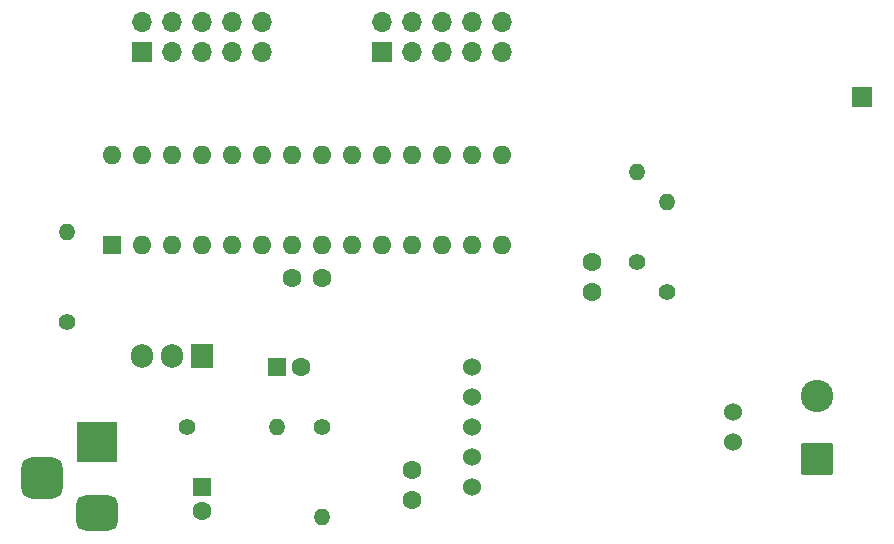
<source format=gbs>
%TF.GenerationSoftware,KiCad,Pcbnew,(6.0.9)*%
%TF.CreationDate,2023-01-16T23:19:07+01:00*%
%TF.ProjectId,FM_radio_atmega_8,464d5f72-6164-4696-9f5f-61746d656761,rev?*%
%TF.SameCoordinates,Original*%
%TF.FileFunction,Soldermask,Bot*%
%TF.FilePolarity,Negative*%
%FSLAX46Y46*%
G04 Gerber Fmt 4.6, Leading zero omitted, Abs format (unit mm)*
G04 Created by KiCad (PCBNEW (6.0.9)) date 2023-01-16 23:19:07*
%MOMM*%
%LPD*%
G01*
G04 APERTURE LIST*
G04 Aperture macros list*
%AMRoundRect*
0 Rectangle with rounded corners*
0 $1 Rounding radius*
0 $2 $3 $4 $5 $6 $7 $8 $9 X,Y pos of 4 corners*
0 Add a 4 corners polygon primitive as box body*
4,1,4,$2,$3,$4,$5,$6,$7,$8,$9,$2,$3,0*
0 Add four circle primitives for the rounded corners*
1,1,$1+$1,$2,$3*
1,1,$1+$1,$4,$5*
1,1,$1+$1,$6,$7*
1,1,$1+$1,$8,$9*
0 Add four rect primitives between the rounded corners*
20,1,$1+$1,$2,$3,$4,$5,0*
20,1,$1+$1,$4,$5,$6,$7,0*
20,1,$1+$1,$6,$7,$8,$9,0*
20,1,$1+$1,$8,$9,$2,$3,0*%
G04 Aperture macros list end*
%ADD10C,1.400000*%
%ADD11O,1.400000X1.400000*%
%ADD12C,1.600000*%
%ADD13R,1.905000X2.000000*%
%ADD14O,1.905000X2.000000*%
%ADD15R,1.700000X1.700000*%
%ADD16O,1.700000X1.700000*%
%ADD17R,1.600000X1.600000*%
%ADD18C,1.524000*%
%ADD19O,1.600000X1.600000*%
%ADD20RoundRect,0.250000X1.125000X-1.125000X1.125000X1.125000X-1.125000X1.125000X-1.125000X-1.125000X0*%
%ADD21C,2.750000*%
%ADD22R,3.500000X3.500000*%
%ADD23RoundRect,0.750000X1.000000X-0.750000X1.000000X0.750000X-1.000000X0.750000X-1.000000X-0.750000X0*%
%ADD24RoundRect,0.875000X0.875000X-0.875000X0.875000X0.875000X-0.875000X0.875000X-0.875000X-0.875000X0*%
G04 APERTURE END LIST*
D10*
%TO.C,R5*%
X107950000Y-107950000D03*
D11*
X107950000Y-100330000D03*
%TD*%
D12*
%TO.C,C3*%
X76190000Y-106690000D03*
X78690000Y-106690000D03*
%TD*%
%TO.C,C4*%
X101600000Y-105410000D03*
X101600000Y-107910000D03*
%TD*%
D13*
%TO.C,U1*%
X68580000Y-113355000D03*
D14*
X66040000Y-113355000D03*
X63500000Y-113355000D03*
%TD*%
D10*
%TO.C,R3*%
X57150000Y-110490000D03*
D11*
X57150000Y-102870000D03*
%TD*%
D15*
%TO.C,J4*%
X63500000Y-87630000D03*
D16*
X63500000Y-85090000D03*
X66040000Y-87630000D03*
X66040000Y-85090000D03*
X68580000Y-87630000D03*
X68580000Y-85090000D03*
X71120000Y-87630000D03*
X71120000Y-85090000D03*
X73660000Y-87630000D03*
X73660000Y-85090000D03*
%TD*%
D10*
%TO.C,R2*%
X67310000Y-119380000D03*
D11*
X74930000Y-119380000D03*
%TD*%
D15*
%TO.C,J2*%
X124460000Y-91440000D03*
%TD*%
D10*
%TO.C,R1*%
X78740000Y-119380000D03*
D11*
X78740000Y-127000000D03*
%TD*%
D15*
%TO.C,J3*%
X83820000Y-87630000D03*
D16*
X83820000Y-85090000D03*
X86360000Y-87630000D03*
X86360000Y-85090000D03*
X88900000Y-87630000D03*
X88900000Y-85090000D03*
X91440000Y-87630000D03*
X91440000Y-85090000D03*
X93980000Y-87630000D03*
X93980000Y-85090000D03*
%TD*%
D17*
%TO.C,C2*%
X74930000Y-114300000D03*
D12*
X76930000Y-114300000D03*
%TD*%
D10*
%TO.C,R4*%
X105410000Y-105410000D03*
D11*
X105410000Y-97790000D03*
%TD*%
D18*
%TO.C,U4*%
X91440000Y-114300000D03*
X91440000Y-116840000D03*
X91440000Y-119380000D03*
X91440000Y-121920000D03*
X91440000Y-124460000D03*
X113538000Y-118110000D03*
X113538000Y-120650000D03*
%TD*%
D17*
%TO.C,U2*%
X60883800Y-103962200D03*
D19*
X63423800Y-103962200D03*
X65963800Y-103962200D03*
X68503800Y-103962200D03*
X71043800Y-103962200D03*
X73583800Y-103962200D03*
X76123800Y-103962200D03*
X78663800Y-103962200D03*
X81203800Y-103962200D03*
X83743800Y-103962200D03*
X86283800Y-103962200D03*
X88823800Y-103962200D03*
X91363800Y-103962200D03*
X93903800Y-103962200D03*
X93903800Y-96342200D03*
X91363800Y-96342200D03*
X88823800Y-96342200D03*
X86283800Y-96342200D03*
X83743800Y-96342200D03*
X81203800Y-96342200D03*
X78663800Y-96342200D03*
X76123800Y-96342200D03*
X73583800Y-96342200D03*
X71043800Y-96342200D03*
X68503800Y-96342200D03*
X65963800Y-96342200D03*
X63423800Y-96342200D03*
X60883800Y-96342200D03*
%TD*%
D17*
%TO.C,C1*%
X68580000Y-124460000D03*
D12*
X68580000Y-126460000D03*
%TD*%
D20*
%TO.C,J5*%
X120650000Y-122080000D03*
D21*
X120650000Y-116680000D03*
%TD*%
D12*
%TO.C,C5*%
X86283800Y-123012200D03*
X86283800Y-125512200D03*
%TD*%
D22*
%TO.C,J1*%
X59690000Y-120650000D03*
D23*
X59690000Y-126650000D03*
D24*
X54990000Y-123650000D03*
%TD*%
M02*

</source>
